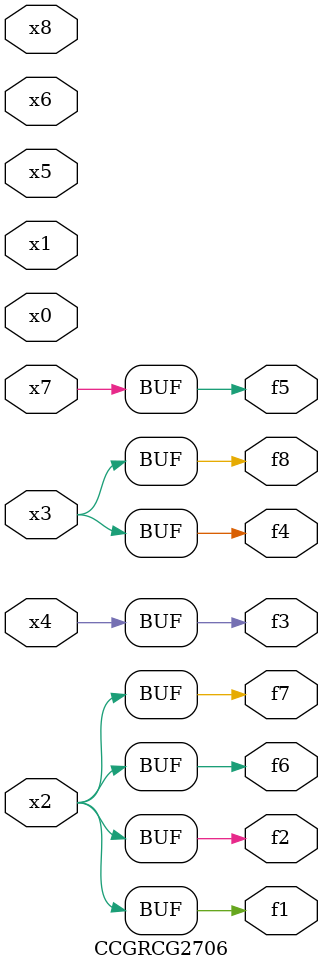
<source format=v>
module CCGRCG2706(
	input x0, x1, x2, x3, x4, x5, x6, x7, x8,
	output f1, f2, f3, f4, f5, f6, f7, f8
);
	assign f1 = x2;
	assign f2 = x2;
	assign f3 = x4;
	assign f4 = x3;
	assign f5 = x7;
	assign f6 = x2;
	assign f7 = x2;
	assign f8 = x3;
endmodule

</source>
